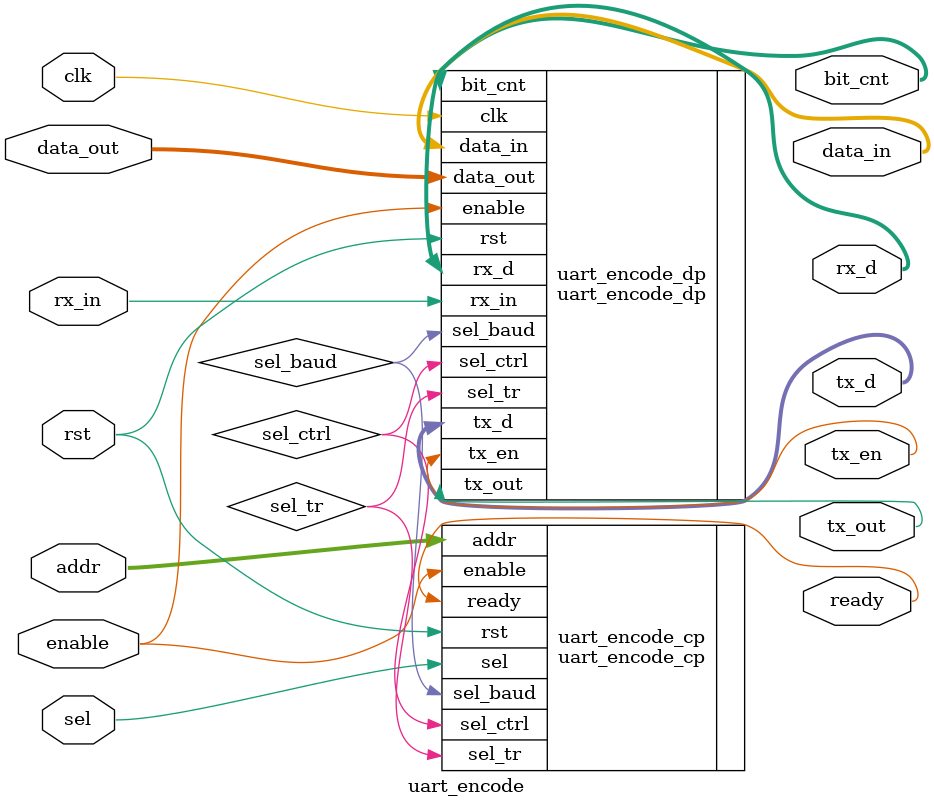
<source format=v>
module uart_encode
(
	input wire			clk,
	input wire			rst,
	input wire			sel,			// select device
	input wire			enable,		// enable operations
	input wire [11:2] addr,			// retrieve register position
	input wire [31:0] data_out,	// data from uart to peripherals
	input wire			rx_in,
	
	output wire [31:0] data_in,	// data from peripherals to uart
	output wire			 ready,
	output wire			 tx_out,
	output wire			 tx_en,
	output wire	[9:0]	 bit_cnt,
	output wire [9:0]  rx_d,
	output wire [9:0]  tx_d
);

wire sel_tr;
wire sel_ctrl;
wire sel_baud;

uart_encode_cp uart_encode_cp
(
	.rst	  (rst),
	.sel	  (sel),
	.enable (enable),
	.addr	  (addr),
	
	.sel_tr	 (sel_tr),
	.sel_ctrl (sel_ctrl),
	.sel_baud (sel_baud),
	.ready	 (ready)
);

uart_encode_dp uart_encode_dp
(
	.clk		 (clk),
	.rst		 (rst),
	.sel_tr   (sel_tr),
	.sel_ctrl (sel_ctrl),
	.sel_baud (sel_baud),
	.enable	 (enable),
	.data_out (data_out),
	.rx_in	 (rx_in),
	
	.data_in (data_in),
	.tx_en	(tx_en),
	.tx_out	(tx_out),
	.bit_cnt (bit_cnt),
	.rx_d		(rx_d),
	.tx_d		(tx_d)
);

endmodule	
</source>
